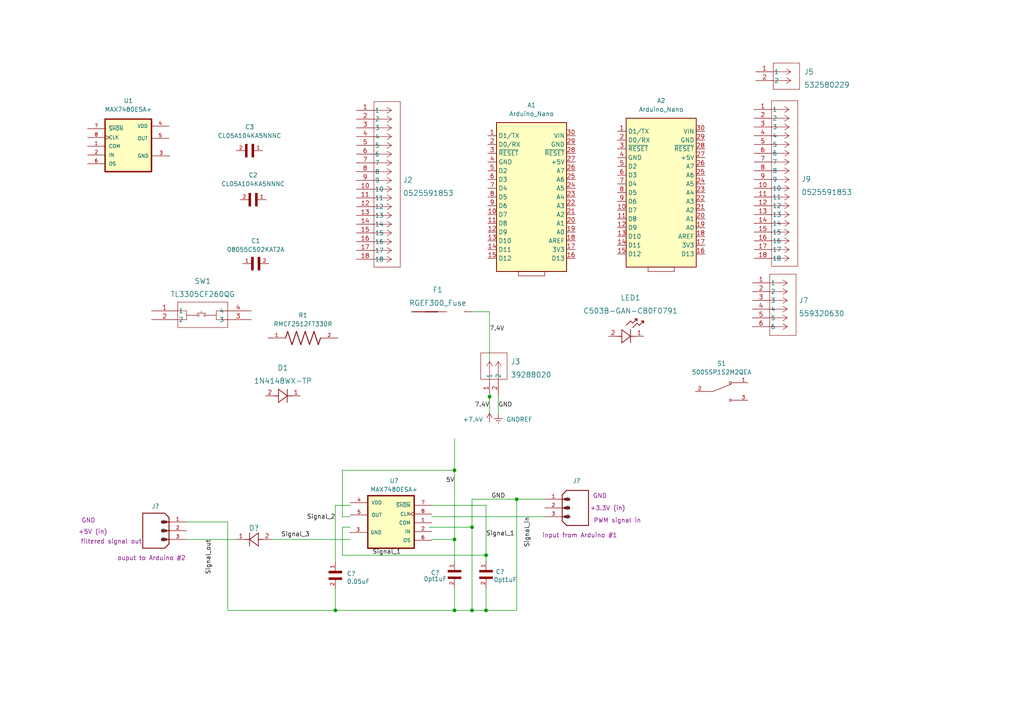
<source format=kicad_sch>
(kicad_sch (version 20211123) (generator eeschema)
  (paper "A4")
  (lib_symbols
    (symbol "CatBot_JSC:08055C502KAT2A" (pin_names (offset 1.016))
      (property "Reference" "C" (at 0 3.8109 0))
      (property "Value" "08055C502KAT2A" (at 0 -5.0885 0))
      (symbol "08055C502KAT2A_0_0"
        (rectangle (start 0 -1.9069) (end 0.635 1.905) (stroke (width 0.1)) (fill (type outline)))
        (rectangle (start 1.9069 -1.9069) (end 2.54 1.905) (stroke (width 0.1)) (fill (type outline)))
        (pin passive line (at -2.54 0 0) (length 2.54) (name "~") (number "1"))
        (pin passive line (at 5.08 0 180) (length 2.54) (name "~") (number "2"))
      )
    )
    (symbol "CatBot_JSC:12065C503JAT2A" (pin_names (offset 1.016))
      (property "Reference" "C" (at 0 3.8109 0))
      (property "Value" "12065C503JAT2A" (at -5.588 -6.604 0))
      (property "Footprint" "CatBot_JSC:12065C503JAT2A" (at 1.524 -4.064 0))
      (symbol "12065C503JAT2A_0_0"
        (rectangle (start 0 -1.9069) (end 0.635 1.905) (stroke (width 0.1)) (fill (type outline)))
        (rectangle (start 1.9069 -1.9069) (end 2.54 1.905) (stroke (width 0.1)) (fill (type outline)))
        (pin passive line (at -2.54 0 0) (length 2.54) (name "~") (number "1"))
        (pin passive line (at 5.08 0 180) (length 2.54) (name "~") (number "2"))
      )
    )
    (symbol "CatBot_JSC:1N4148WX-TP" (pin_names (offset 0.254))
      (property "Reference" "D1" (at 5.08 4.445 0))
      (property "Value" "1N4148WX-TP" (at 5.3848 -5.715 0))
      (property "Footprint" "CatBot_JSC:Diode_CR_SOD323_MCC-M" (at 0.2032 2.7432 0))
      (symbol "1N4148WX-TP_1_1"
        (polyline (pts (xy 2.54 0) (xy 3.4798 0)) (stroke (width 0.2032)))
        (polyline (pts (xy 3.175 0) (xy 3.81 0)) (stroke (width 0.2032)))
        (polyline (pts (xy 3.81 -1.905) (xy 6.35 0)) (stroke (width 0.2032)))
        (polyline (pts (xy 3.81 1.905) (xy 3.81 -1.905)) (stroke (width 0.2032)))
        (polyline (pts (xy 6.35 -1.905) (xy 6.35 1.905)) (stroke (width 0.2032)))
        (polyline (pts (xy 6.35 0) (xy 3.81 1.905)) (stroke (width 0.2032)))
        (polyline (pts (xy 6.35 0) (xy 7.62 0)) (stroke (width 0.2032)))
        (pin unspecified line (at 10.16 0 180) (length 2.54) (name "") (number "1"))
        (pin unspecified line (at 0 0 0) (length 2.54) (name "") (number "2"))
      )
      (symbol "1N4148WX-TP_1_2"
        (polyline (pts (xy -1.905 3.81) (xy 1.905 3.81)) (stroke (width 0.2032)))
        (polyline (pts (xy 0 2.54) (xy 0 3.4798)) (stroke (width 0.2032)))
        (polyline (pts (xy 0 3.175) (xy 0 3.81)) (stroke (width 0.2032)))
        (polyline (pts (xy 0 6.35) (xy -1.905 3.81)) (stroke (width 0.2032)))
        (polyline (pts (xy 0 6.35) (xy 0 7.62)) (stroke (width 0.2032)))
        (polyline (pts (xy 1.905 3.81) (xy 0 6.35)) (stroke (width 0.2032)))
        (polyline (pts (xy 1.905 6.35) (xy -1.905 6.35)) (stroke (width 0.2032)))
        (pin unspecified line (at 0 10.16 270) (length 2.54) (name "") (number "1"))
        (pin unspecified line (at 0 0 90) (length 2.54) (name "") (number "2"))
      )
    )
    (symbol "CatBot_JSC:500SSP1S2M2QEA" (pin_names (offset 1.016))
      (property "Reference" "S" (at -2.54 5.08 0))
      (property "Value" "500SSP1S2M2QEA" (at -2.54 -5.08 0))
      (symbol "500SSP1S2M2QEA_0_0"
        (polyline (pts (xy -2.54 0) (xy -5.08 0)) (stroke (width 0.1524)))
        (polyline (pts (xy -2.54 0) (xy 2.794 2.1336)) (stroke (width 0.1524)))
        (polyline (pts (xy 5.08 -2.54) (xy 2.921 -2.54)) (stroke (width 0.1524)))
        (polyline (pts (xy 5.08 2.54) (xy 2.921 2.54)) (stroke (width 0.1524)))
        (circle (center 2.54 -2.54) (radius 0.3302) (stroke (width 0.1524)))
        (circle (center 2.54 2.54) (radius 0.3302) (stroke (width 0.1524)))
        (pin passive line (at 7.62 2.54 180) (length 2.54) (name "~") (number "1"))
        (pin passive line (at -7.62 0 0) (length 2.54) (name "~") (number "2"))
        (pin passive line (at 7.62 -2.54 180) (length 2.54) (name "~") (number "3"))
      )
    )
    (symbol "CatBot_JSC:75160-102-03LF" (pin_names (offset 1.016))
      (property "Reference" "J" (at 0 6.35 0))
      (property "Value" "75160-102-03LF" (at -4.064 -7.874 0))
      (property "Footprint" "CatBot_JSC:75160-102-03LF" (at 1.27 -17.018 0))
      (symbol "75160-102-03LF_0_0"
        (polyline (pts (xy 0 -3.81) (xy 1.27 -5.08)) (stroke (width 0.254)))
        (polyline (pts (xy 0 -2.54) (xy 1.905 -2.54)) (stroke (width 0.254)))
        (polyline (pts (xy 0 0) (xy 1.905 0)) (stroke (width 0.254)))
        (polyline (pts (xy 0 2.54) (xy 0 -3.81)) (stroke (width 0.254)))
        (polyline (pts (xy 0 2.54) (xy 1.905 2.54)) (stroke (width 0.254)))
        (polyline (pts (xy 0 3.81) (xy 0 2.54)) (stroke (width 0.254)))
        (polyline (pts (xy 0 3.81) (xy 1.27 5.08)) (stroke (width 0.254)))
        (polyline (pts (xy 1.27 -5.08) (xy 7.62 -5.08)) (stroke (width 0.254)))
        (polyline (pts (xy 7.62 -5.08) (xy 7.62 5.08)) (stroke (width 0.254)))
        (polyline (pts (xy 7.62 5.08) (xy 1.27 5.08)) (stroke (width 0.254)))
        (rectangle (start 0.635 -2.8575) (end 2.2225 -2.2225) (stroke (width 0.1)) (fill (type outline)))
        (rectangle (start 0.635 -0.3175) (end 2.2225 0.3175) (stroke (width 0.1)) (fill (type outline)))
        (rectangle (start 0.635 2.2225) (end 2.2225 2.8575) (stroke (width 0.1)) (fill (type outline)))
        (pin passive line (at -5.08 2.54 0) (length 5.08) (name "1") (number "1"))
        (pin passive line (at -5.08 0 0) (length 5.08) (name "2") (number "2"))
        (pin passive line (at -5.08 -2.54 0) (length 5.08) (name "3") (number "3"))
      )
    )
    (symbol "CatBot_JSC:Arduino_BLE_33"
      (property "Reference" "A" (at -10.16 23.495 0))
      (property "Value" "Arduino_BLE_33" (at 5.08 -24.13 0))
      (symbol "Arduino_BLE_33_0_1"
        (rectangle (start -10.16 22.86) (end 10.16 -20.32) (stroke (width 0.254)) (fill (type background)))
        (rectangle (start -3.81 -20.32) (end 3.81 -21.59))
      )
      (symbol "Arduino_BLE_33_1_1"
        (pin bidirectional line (at -12.7 19.05 0) (length 2.54) (name "D1/TX") (number "1"))
        (pin bidirectional line (at -12.7 -3.81 0) (length 2.54) (name "D7") (number "10"))
        (pin bidirectional line (at -12.7 -6.35 0) (length 2.54) (name "D8") (number "11"))
        (pin bidirectional line (at -12.7 -8.89 0) (length 2.54) (name "D9") (number "12"))
        (pin bidirectional line (at -12.7 -11.43 0) (length 2.54) (name "D10") (number "13"))
        (pin bidirectional line (at -12.7 -13.97 0) (length 2.54) (name "D11") (number "14"))
        (pin bidirectional line (at -12.7 -16.51 0) (length 2.54) (name "D12") (number "15"))
        (pin bidirectional line (at 12.7 -16.51 180) (length 2.54) (name "D13") (number "16"))
        (pin power_out line (at 12.7 -13.97 180) (length 2.54) (name "3V3") (number "17"))
        (pin input line (at 12.7 -11.43 180) (length 2.54) (name "AREF") (number "18"))
        (pin bidirectional line (at 12.7 -8.89 180) (length 2.54) (name "A0") (number "19"))
        (pin bidirectional line (at -12.7 16.51 0) (length 2.54) (name "D0/RX") (number "2"))
        (pin bidirectional line (at 12.7 -6.35 180) (length 2.54) (name "A1") (number "20"))
        (pin bidirectional line (at 12.7 -3.81 180) (length 2.54) (name "A2") (number "21"))
        (pin bidirectional line (at 12.7 -1.27 180) (length 2.54) (name "A3") (number "22"))
        (pin bidirectional line (at 12.7 1.27 180) (length 2.54) (name "A4") (number "23"))
        (pin bidirectional line (at 12.7 3.81 180) (length 2.54) (name "A5") (number "24"))
        (pin bidirectional line (at 12.7 6.35 180) (length 2.54) (name "A6") (number "25"))
        (pin bidirectional line (at 12.7 8.89 180) (length 2.54) (name "A7") (number "26"))
        (pin power_out line (at 12.7 11.43 180) (length 2.54) (name "+5V") (number "27"))
        (pin input line (at 12.7 13.97 180) (length 2.54) (name "~{RESET}") (number "28"))
        (pin power_in line (at 12.7 16.51 180) (length 2.54) (name "GND") (number "29"))
        (pin input line (at -12.7 13.97 0) (length 2.54) (name "~{RESET}") (number "3"))
        (pin power_in line (at 12.7 19.05 180) (length 2.54) (name "VIN") (number "30"))
        (pin power_in line (at -12.7 11.43 0) (length 2.54) (name "GND") (number "4"))
        (pin bidirectional line (at -12.7 8.89 0) (length 2.54) (name "D2") (number "5"))
        (pin bidirectional line (at -12.7 6.35 0) (length 2.54) (name "D3") (number "6"))
        (pin bidirectional line (at -12.7 3.81 0) (length 2.54) (name "D4") (number "7"))
        (pin bidirectional line (at -12.7 1.27 0) (length 2.54) (name "D5") (number "8"))
        (pin bidirectional line (at -12.7 -1.27 0) (length 2.54) (name "D6") (number "9"))
      )
    )
    (symbol "CatBot_JSC:C503B-GAN-CB0F0791" (pin_names (offset 0.254))
      (property "Reference" "CR" (at 5.08 -4.445 0))
      (property "Value" "C503B-GAN-CB0F0791" (at 5.08 -7.62 0))
      (property "Footprint" "CatBot_JSC:Led_green_C503B" (at -1.7018 2.54 0))
      (symbol "C503B-GAN-CB0F0791_1_1"
        (polyline (pts (xy 2.54 0) (xy 3.4798 0)) (stroke (width 0.2032)))
        (polyline (pts (xy 3.175 0) (xy 3.81 0)) (stroke (width 0.2032)))
        (polyline (pts (xy 3.81 -1.905) (xy 6.35 0)) (stroke (width 0.2032)))
        (polyline (pts (xy 3.81 1.905) (xy 3.81 -1.905)) (stroke (width 0.2032)))
        (polyline (pts (xy 5.08 3.175) (xy 6.35 4.445)) (stroke (width 0.2032)))
        (polyline (pts (xy 6.35 -1.905) (xy 6.35 1.905)) (stroke (width 0.2032)))
        (polyline (pts (xy 6.35 0) (xy 3.81 1.905)) (stroke (width 0.2032)))
        (polyline (pts (xy 6.35 0) (xy 7.62 0)) (stroke (width 0.2032)))
        (polyline (pts (xy 6.35 4.445) (xy 6.985 3.81)) (stroke (width 0.2032)))
        (polyline (pts (xy 6.985 2.54) (xy 8.255 3.81)) (stroke (width 0.2032)))
        (polyline (pts (xy 6.985 3.81) (xy 8.255 5.08)) (stroke (width 0.2032)))
        (polyline (pts (xy 7.62 5.08) (xy 8.255 4.445)) (stroke (width 0.2032)))
        (polyline (pts (xy 8.255 3.81) (xy 8.89 3.175)) (stroke (width 0.2032)))
        (polyline (pts (xy 8.255 4.445) (xy 8.255 5.08)) (stroke (width 0.2032)))
        (polyline (pts (xy 8.255 5.08) (xy 7.62 5.08)) (stroke (width 0.2032)))
        (polyline (pts (xy 8.89 3.175) (xy 10.16 4.445)) (stroke (width 0.2032)))
        (polyline (pts (xy 9.525 4.445) (xy 10.16 3.81)) (stroke (width 0.2032)))
        (polyline (pts (xy 10.16 3.81) (xy 10.16 4.445)) (stroke (width 0.2032)))
        (polyline (pts (xy 10.16 4.445) (xy 9.525 4.445)) (stroke (width 0.2032)))
        (pin unspecified line (at 10.16 0 180) (length 2.54) (name "") (number "1"))
        (pin unspecified line (at 0 0 0) (length 2.54) (name "") (number "2"))
      )
      (symbol "C503B-GAN-CB0F0791_1_2"
        (polyline (pts (xy -5.08 7.62) (xy -4.445 8.255)) (stroke (width 0.2032)))
        (polyline (pts (xy -5.08 8.255) (xy -5.08 7.62)) (stroke (width 0.2032)))
        (polyline (pts (xy -4.445 6.35) (xy -3.81 6.985)) (stroke (width 0.2032)))
        (polyline (pts (xy -4.445 8.255) (xy -5.08 8.255)) (stroke (width 0.2032)))
        (polyline (pts (xy -4.445 9.525) (xy -3.81 10.16)) (stroke (width 0.2032)))
        (polyline (pts (xy -4.445 10.16) (xy -4.445 9.525)) (stroke (width 0.2032)))
        (polyline (pts (xy -3.81 6.985) (xy -5.08 8.255)) (stroke (width 0.2032)))
        (polyline (pts (xy -3.81 8.255) (xy -3.175 8.89)) (stroke (width 0.2032)))
        (polyline (pts (xy -3.81 10.16) (xy -4.445 10.16)) (stroke (width 0.2032)))
        (polyline (pts (xy -3.175 5.08) (xy -4.445 6.35)) (stroke (width 0.2032)))
        (polyline (pts (xy -3.175 8.89) (xy -4.445 10.16)) (stroke (width 0.2032)))
        (polyline (pts (xy -2.54 6.985) (xy -3.81 8.255)) (stroke (width 0.2032)))
        (polyline (pts (xy -1.905 3.81) (xy 1.905 3.81)) (stroke (width 0.2032)))
        (polyline (pts (xy 0 2.54) (xy 0 3.4798)) (stroke (width 0.2032)))
        (polyline (pts (xy 0 3.175) (xy 0 3.81)) (stroke (width 0.2032)))
        (polyline (pts (xy 0 6.35) (xy -1.905 3.81)) (stroke (width 0.2032)))
        (polyline (pts (xy 0 6.35) (xy 0 7.62)) (stroke (width 0.2032)))
        (polyline (pts (xy 1.905 3.81) (xy 0 6.35)) (stroke (width 0.2032)))
        (polyline (pts (xy 1.905 6.35) (xy -1.905 6.35)) (stroke (width 0.2032)))
        (pin unspecified line (at 0 10.16 270) (length 2.54) (name "") (number "1"))
        (pin unspecified line (at 0 0 90) (length 2.54) (name "") (number "2"))
      )
    )
    (symbol "CatBot_JSC:CL05A104KA5NNNC" (pin_names (offset 1.016))
      (property "Reference" "C" (at 0 3.81 0))
      (property "Value" "CL05A104KA5NNNC" (at 0 -5.08 0))
      (symbol "CL05A104KA5NNNC_0_0"
        (rectangle (start 0 -1.905) (end 0.635 1.905) (stroke (width 0.1)) (fill (type outline)))
        (rectangle (start 1.905 -1.905) (end 2.54 1.905) (stroke (width 0.1)) (fill (type outline)))
        (pin passive line (at 5.08 0 180) (length 2.54) (name "~") (number "1"))
        (pin passive line (at -2.54 0 0) (length 2.54) (name "~") (number "2"))
      )
    )
    (symbol "CatBot_JSC:MAX7480ESA+" (pin_names (offset 1.016))
      (property "Reference" "U" (at -12.7 16.24 0))
      (property "Value" "MAX7480ESA+" (at -13.716 -8.89 0))
      (property "Footprint" "CatBot_JSC:SOIC127P600X175-8N_MAX7480" (at -24.638 18.542 0))
      (symbol "MAX7480ESA+_0_0"
        (rectangle (start -12.7 10.414) (end 0.762 -4.826) (stroke (width 0.41)) (fill (type background)))
        (pin input line (at -17.78 2.54 0) (length 5.08) (name "COM") (number "1"))
        (pin input line (at -17.78 0 0) (length 5.08) (name "IN") (number "2"))
        (pin power_in line (at 6.096 -0.254 180) (length 5.08) (name "GND") (number "3"))
        (pin power_in line (at 5.842 8.382 180) (length 5.08) (name "VDD") (number "4"))
        (pin output line (at 5.842 4.826 180) (length 5.08) (name "OUT") (number "5"))
        (pin input line (at -17.78 -2.54 0) (length 5.08) (name "OS") (number "6"))
        (pin input line (at -17.78 7.62 0) (length 5.08) (name "~{SHDN}") (number "7"))
        (pin input clock (at -17.78 5.08 0) (length 5.08) (name "CLK") (number "8"))
      )
    )
    (symbol "CatBot_JSC:RGEF300_Fuse" (pin_numbers hide) (pin_names hide)
      (property "Reference" "F" (at 5.08 3.175 0))
      (property "Value" "RGEF300_Fuse" (at 5.08 -5.08 0))
      (symbol "RGEF300_Fuse_1_1"
        (arc (start -7.5946 0) (mid -3.7973 -0.0003) (end 0 0) (stroke (width 0.254)))
        (arc (start -3.5814 0) (mid -1.7907 -0.0001) (end 0 0) (stroke (width 0.254)))
        (pin unspecified line (at 0 0 0) (length 2.54) (name "1") (number "1"))
        (pin unspecified line (at 10.16 0 180) (length 2.54) (name "2") (number "2"))
      )
    )
    (symbol "CatBot_JSC:RMCF2512FT330R" (pin_names (offset 1.016))
      (property "Reference" "R" (at -7.6244 2.5415 0))
      (property "Value" "RMCF2512FT330R" (at -7.63 -5.0866 0))
      (property "Footprint" "CatBot_JSC:300_Ohm_RESC6332X70N" (at 2.2606 3.9624 0))
      (symbol "RMCF2512FT330R_0_0"
        (polyline (pts (xy -5.08 0) (xy -4.445 1.905)) (stroke (width 0.254)))
        (polyline (pts (xy -4.445 1.905) (xy -3.175 -1.905)) (stroke (width 0.254)))
        (polyline (pts (xy -3.175 -1.905) (xy -1.905 1.905)) (stroke (width 0.254)))
        (polyline (pts (xy -1.905 1.905) (xy -0.635 -1.905)) (stroke (width 0.254)))
        (polyline (pts (xy -0.635 -1.905) (xy 0.635 1.905)) (stroke (width 0.254)))
        (polyline (pts (xy 0.635 1.905) (xy 1.905 -1.905)) (stroke (width 0.254)))
        (polyline (pts (xy 1.905 -1.905) (xy 3.175 1.905)) (stroke (width 0.254)))
        (polyline (pts (xy 3.175 1.905) (xy 4.445 -1.905)) (stroke (width 0.254)))
        (polyline (pts (xy 4.445 -1.905) (xy 5.08 0)) (stroke (width 0.254)))
        (pin passive line (at -10.16 0 0) (length 5.08) (name "~") (number "1"))
        (pin passive line (at 10.16 0 180) (length 5.08) (name "~") (number "2"))
      )
    )
    (symbol "CatBot_JSC:TL3305CF260QG" (pin_names (offset 0.254))
      (property "Reference" "SW" (at 18.034 9.652 0))
      (property "Value" "TL3305CF260QG" (at 17.018 6.35 0))
      (property "Footprint" "CatBot_JSC:Push_Button_Switch_SW4_TL3305CF260QG_EWI-M" (at 0 0 0))
      (symbol "TL3305CF260QG_0_1"
        (polyline (pts (xy 7.62 -2.54) (xy 10.16 -2.54)) (stroke (width 0.127)))
        (polyline (pts (xy 7.62 0) (xy 10.16 0)) (stroke (width 0.127)))
        (polyline (pts (xy 7.62 2.54) (xy 7.62 -4.826)) (stroke (width 0.127)))
        (polyline (pts (xy 10.16 -1.27) (xy 13.208 -1.27)) (stroke (width 0.127)))
        (polyline (pts (xy 10.16 0) (xy 10.16 -2.54)) (stroke (width 0.127)))
        (polyline (pts (xy 13.208 -0.635) (xy 15.748 -0.635)) (stroke (width 0.127)))
        (polyline (pts (xy 14.478 -0.635) (xy 14.478 0)) (stroke (width 0.127)))
        (polyline (pts (xy 15.748 -1.27) (xy 18.796 -1.27)) (stroke (width 0.127)))
        (polyline (pts (xy 18.796 -2.54) (xy 21.336 -2.54)) (stroke (width 0.127)))
        (polyline (pts (xy 18.796 0) (xy 18.796 -2.54)) (stroke (width 0.127)))
        (polyline (pts (xy 21.336 0) (xy 18.796 0)) (stroke (width 0.127)))
        (polyline (pts (xy 22.098 -4.826) (xy 7.62 -4.826)) (stroke (width 0.127)))
        (polyline (pts (xy 22.098 2.54) (xy 7.62 2.54)) (stroke (width 0.127)))
        (polyline (pts (xy 22.098 2.54) (xy 22.098 -4.826)) (stroke (width 0.127)))
        (circle (center 13.5255 -1.27) (radius 0.3048) (stroke (width 0.127)))
        (circle (center 15.4305 -1.27) (radius 0.3048) (stroke (width 0.127)))
        (pin unspecified line (at 0 0 0) (length 7.62) (name "1") (number "1"))
        (pin unspecified line (at 0 -2.54 0) (length 7.62) (name "2") (number "2"))
        (pin unspecified line (at 28.956 -2.54 180) (length 7.62) (name "3") (number "3"))
        (pin unspecified line (at 28.956 0 180) (length 7.62) (name "4") (number "4"))
      )
    )
    (symbol "Molex_connectors_JSC:0525591853" (pin_names (offset 0.254))
      (property "Reference" "J" (at 8.89 6.35 0))
      (property "Value" "0525591853" (at -12.7 3.048 0))
      (property "Footprint" "Molex_connectors_JSC:CON_0525591853" (at 0.508 7.366 0))
      (symbol "0525591853_1_1"
        (polyline (pts (xy 5.08 -45.466) (xy 12.7 -45.466)) (stroke (width 0.127)))
        (polyline (pts (xy 5.08 2.54) (xy 5.08 -45.466)) (stroke (width 0.127)))
        (polyline (pts (xy 10.16 -43.18) (xy 5.08 -43.18)) (stroke (width 0.127)))
        (polyline (pts (xy 10.16 -43.18) (xy 8.89 -44.0267)) (stroke (width 0.127)))
        (polyline (pts (xy 10.16 -43.18) (xy 8.89 -42.3333)) (stroke (width 0.127)))
        (polyline (pts (xy 10.16 -40.64) (xy 5.08 -40.64)) (stroke (width 0.127)))
        (polyline (pts (xy 10.16 -40.64) (xy 8.89 -41.4867)) (stroke (width 0.127)))
        (polyline (pts (xy 10.16 -40.64) (xy 8.89 -39.7933)) (stroke (width 0.127)))
        (polyline (pts (xy 10.16 -38.1) (xy 5.08 -38.1)) (stroke (width 0.127)))
        (polyline (pts (xy 10.16 -38.1) (xy 8.89 -38.9467)) (stroke (width 0.127)))
        (polyline (pts (xy 10.16 -38.1) (xy 8.89 -37.2533)) (stroke (width 0.127)))
        (polyline (pts (xy 10.16 -35.56) (xy 5.08 -35.56)) (stroke (width 0.127)))
        (polyline (pts (xy 10.16 -35.56) (xy 8.89 -36.4067)) (stroke (width 0.127)))
        (polyline (pts (xy 10.16 -35.56) (xy 8.89 -34.7133)) (stroke (width 0.127)))
        (polyline (pts (xy 10.16 -33.02) (xy 5.08 -33.02)) (stroke (width 0.127)))
        (polyline (pts (xy 10.16 -33.02) (xy 8.89 -33.8667)) (stroke (width 0.127)))
        (polyline (pts (xy 10.16 -33.02) (xy 8.89 -32.1733)) (stroke (width 0.127)))
        (polyline (pts (xy 10.16 -30.48) (xy 5.08 -30.48)) (stroke (width 0.127)))
        (polyline (pts (xy 10.16 -30.48) (xy 8.89 -31.3267)) (stroke (width 0.127)))
        (polyline (pts (xy 10.16 -30.48) (xy 8.89 -29.6333)) (stroke (width 0.127)))
        (polyline (pts (xy 10.16 -27.94) (xy 5.08 -27.94)) (stroke (width 0.127)))
        (polyline (pts (xy 10.16 -27.94) (xy 8.89 -28.7867)) (stroke (width 0.127)))
        (polyline (pts (xy 10.16 -27.94) (xy 8.89 -27.0933)) (stroke (width 0.127)))
        (polyline (pts (xy 10.16 -25.4) (xy 5.08 -25.4)) (stroke (width 0.127)))
        (polyline (pts (xy 10.16 -25.4) (xy 8.89 -26.2467)) (stroke (width 0.127)))
        (polyline (pts (xy 10.16 -25.4) (xy 8.89 -24.5533)) (stroke (width 0.127)))
        (polyline (pts (xy 10.16 -22.86) (xy 5.08 -22.86)) (stroke (width 0.127)))
        (polyline (pts (xy 10.16 -22.86) (xy 8.89 -23.7067)) (stroke (width 0.127)))
        (polyline (pts (xy 10.16 -22.86) (xy 8.89 -22.0133)) (stroke (width 0.127)))
        (polyline (pts (xy 10.16 -20.32) (xy 5.08 -20.32)) (stroke (width 0.127)))
        (polyline (pts (xy 10.16 -20.32) (xy 8.89 -21.1667)) (stroke (width 0.127)))
        (polyline (pts (xy 10.16 -20.32) (xy 8.89 -19.4733)) (stroke (width 0.127)))
        (polyline (pts (xy 10.16 -17.78) (xy 5.08 -17.78)) (stroke (width 0.127)))
        (polyline (pts (xy 10.16 -17.78) (xy 8.89 -18.6267)) (stroke (width 0.127)))
        (polyline (pts (xy 10.16 -17.78) (xy 8.89 -16.9333)) (stroke (width 0.127)))
        (polyline (pts (xy 10.16 -15.24) (xy 5.08 -15.24)) (stroke (width 0.127)))
        (polyline (pts (xy 10.16 -15.24) (xy 8.89 -16.0867)) (stroke (width 0.127)))
        (polyline (pts (xy 10.16 -15.24) (xy 8.89 -14.3933)) (stroke (width 0.127)))
        (polyline (pts (xy 10.16 -12.7) (xy 5.08 -12.7)) (stroke (width 0.127)))
        (polyline (pts (xy 10.16 -12.7) (xy 8.89 -13.5467)) (stroke (width 0.127)))
        (polyline (pts (xy 10.16 -12.7) (xy 8.89 -11.8533)) (stroke (width 0.127)))
        (polyline (pts (xy 10.16 -10.16) (xy 5.08 -10.16)) (stroke (width 0.127)))
        (polyline (pts (xy 10.16 -10.16) (xy 8.89 -11.0067)) (stroke (width 0.127)))
        (polyline (pts (xy 10.16 -10.16) (xy 8.89 -9.3133)) (stroke (width 0.127)))
        (polyline (pts (xy 10.16 -7.62) (xy 5.08 -7.62)) (stroke (width 0.127)))
        (polyline (pts (xy 10.16 -7.62) (xy 8.89 -8.4667)) (stroke (width 0.127)))
        (polyline (pts (xy 10.16 -7.62) (xy 8.89 -6.7733)) (stroke (width 0.127)))
        (polyline (pts (xy 10.16 -5.08) (xy 5.08 -5.08)) (stroke (width 0.127)))
        (polyline (pts (xy 10.16 -5.08) (xy 8.89 -5.9267)) (stroke (width 0.127)))
        (polyline (pts (xy 10.16 -5.08) (xy 8.89 -4.2333)) (stroke (width 0.127)))
        (polyline (pts (xy 10.16 -2.54) (xy 5.08 -2.54)) (stroke (width 0.127)))
        (polyline (pts (xy 10.16 -2.54) (xy 8.89 -3.3867)) (stroke (width 0.127)))
        (polyline (pts (xy 10.16 -2.54) (xy 8.89 -1.6933)) (stroke (width 0.127)))
        (polyline (pts (xy 10.16 0) (xy 5.08 0)) (stroke (width 0.127)))
        (polyline (pts (xy 10.16 0) (xy 8.89 -0.8467)) (stroke (width 0.127)))
        (polyline (pts (xy 10.16 0) (xy 8.89 0.8467)) (stroke (width 0.127)))
        (polyline (pts (xy 12.7 -45.466) (xy 12.7 2.54)) (stroke (width 0.127)))
        (polyline (pts (xy 12.7 2.54) (xy 5.08 2.54)) (stroke (width 0.127)))
        (pin unspecified line (at 0 0 0) (length 5.08) (name "1") (number "1"))
        (pin unspecified line (at 0 -22.86 0) (length 5.08) (name "10") (number "10"))
        (pin unspecified line (at 0 -25.4 0) (length 5.08) (name "11") (number "11"))
        (pin unspecified line (at 0 -27.94 0) (length 5.08) (name "12") (number "12"))
        (pin unspecified line (at 0 -30.48 0) (length 5.08) (name "13") (number "13"))
        (pin unspecified line (at 0 -33.02 0) (length 5.08) (name "14") (number "14"))
        (pin unspecified line (at 0 -35.56 0) (length 5.08) (name "15") (number "15"))
        (pin unspecified line (at 0 -38.1 0) (length 5.08) (name "16") (number "16"))
        (pin unspecified line (at 0 -40.64 0) (length 5.08) (name "17") (number "17"))
        (pin unspecified line (at 0 -43.18 0) (length 5.08) (name "18") (number "18"))
        (pin unspecified line (at 0 -2.54 0) (length 5.08) (name "2") (number "2"))
        (pin unspecified line (at 0 -5.08 0) (length 5.08) (name "3") (number "3"))
        (pin unspecified line (at 0 -7.62 0) (length 5.08) (name "4") (number "4"))
        (pin unspecified line (at 0 -10.16 0) (length 5.08) (name "5") (number "5"))
        (pin unspecified line (at 0 -12.7 0) (length 5.08) (name "6") (number "6"))
        (pin unspecified line (at 0 -15.24 0) (length 5.08) (name "7") (number "7"))
        (pin unspecified line (at 0 -17.78 0) (length 5.08) (name "8") (number "8"))
        (pin unspecified line (at 0 -20.32 0) (length 5.08) (name "9") (number "9"))
      )
      (symbol "0525591853_1_2"
        (polyline (pts (xy 5.08 -40.64) (xy 12.7 -40.64)) (stroke (width 0.127)))
        (polyline (pts (xy 5.08 2.54) (xy 5.08 -40.64)) (stroke (width 0.127)))
        (polyline (pts (xy 7.62 -38.1) (xy 5.08 -38.1)) (stroke (width 0.127)))
        (polyline (pts (xy 7.62 -38.1) (xy 8.89 -38.9467)) (stroke (width 0.127)))
        (polyline (pts (xy 7.62 -38.1) (xy 8.89 -37.2533)) (stroke (width 0.127)))
        (polyline (pts (xy 7.62 -35.56) (xy 5.08 -35.56)) (stroke (width 0.127)))
        (polyline (pts (xy 7.62 -35.56) (xy 8.89 -36.4067)) (stroke (width 0.127)))
        (polyline (pts (xy 7.62 -35.56) (xy 8.89 -34.7133)) (stroke (width 0.127)))
        (polyline (pts (xy 7.62 -33.02) (xy 5.08 -33.02)) (stroke (width 0.127)))
        (polyline (pts (xy 7.62 -33.02) (xy 8.89 -33.8667)) (stroke (width 0.127)))
        (polyline (pts (xy 7.62 -33.02) (xy 8.89 -32.1733)) (stroke (width 0.127)))
        (polyline (pts (xy 7.62 -30.48) (xy 5.08 -30.48)) (stroke (width 0.127)))
        (polyline (pts (xy 7.62 -30.48) (xy 8.89 -31.3267)) (stroke (width 0.127)))
        (polyline (pts (xy 7.62 -30.48) (xy 8.89 -29.6333)) (stroke (width 0.127)))
        (polyline (pts (xy 7.62 -27.94) (xy 5.08 -27.94)) (stroke (width 0.127)))
        (polyline (pts (xy 7.62 -27.94) (xy 8.89 -28.7867)) (stroke (width 0.127)))
        (polyline (pts (xy 7.62 -27.94) (xy 8.89 -27.0933)) (stroke (width 0.127)))
        (polyline (pts (xy 7.62 -25.4) (xy 5.08 -25.4)) (stroke (width 0.127)))
        (polyline (pts (xy 7.62 -25.4) (xy 8.89 -26.2467)) (stroke (width 0.127)))
        (polyline (pts (xy 7.62 -25.4) (xy 8.89 -24.5533)) (stroke (width 0.127)))
        (polyline (pts (xy 7.62 -22.86) (xy 5.08 -22.86)) (stroke (width 0.127)))
        (polyline (pts (xy 7.62 -22.86) (xy 8.89 -23.7067)) (stroke (width 0.127)))
        (polyline (pts (xy 7.62 -22.86) (xy 8.89 -22.0133)) (stroke (width 0.127)))
        (polyline (pts (xy 7.62 -20.32) (xy 5.08 -20.32)) (stroke (width 0.127)))
        (polyline (pts (xy 7.62 -20.32) (xy 8.89 -21.1667)) (stroke (width 0.127)))
        (polyline (pts (xy 7.62 -20.32) (xy 8.89 -19.4733)) (stroke (width 0.127)))
        (polyline (pts (xy 7.62 -17.78) (xy 5.08 -17.78)) (stroke (width 0.127)))
        (polyline (pts (xy 7.62 -17.78) (xy 8.89 -18.6267)) (stroke (width 0.127)))
        (polyline (pts (xy 7.62 -17.78) (xy 8.89 -16.9333)) (stroke (width 0.127)))
        (polyline (pts (xy 7.62 -15.24) (xy 5.08 -15.24)) (stroke (width 0.127)))
        (polyline (pts (xy 7.62 -15.24) (xy 8.89 -16.0867)) (stroke (width 0.127)))
        (polyline (pts (xy 7.62 -15.24) (xy 8.89 -14.3933)) (stroke (width 0.127)))
        (polyline (pts (xy 7.62 -12.7) (xy 5.08 -12.7)) (stroke (width 0.127)))
        (polyline (pts (xy 7.62 -12.7) (xy 8.89 -13.5467)) (stroke (width 0.127)))
        (polyline (pts (xy 7.62 -12.7) (xy 8.89 -11.8533)) (stroke (width 0.127)))
        (polyline (pts (xy 7.62 -10.16) (xy 5.08 -10.16)) (stroke (width 0.127)))
        (polyline (pts (xy 7.62 -10.16) (xy 8.89 -11.0067)) (stroke (width 0.127)))
        (polyline (pts (xy 7.62 -10.16) (xy 8.89 -9.3133)) (stroke (width 0.127)))
        (polyline (pts (xy 7.62 -7.62) (xy 5.08 -7.62)) (stroke (width 0.127)))
        (polyline (pts (xy 7.62 -7.62) (xy 8.89 -8.4667)) (stroke (width 0.127)))
        (polyline (pts (xy 7.62 -7.62) (xy 8.89 -6.7733)) (stroke (width 0.127)))
        (polyline (pts (xy 7.62 -5.08) (xy 5.08 -5.08)) (stroke (width 0.127)))
        (polyline (pts (xy 7.62 -5.08) (xy 8.89 -5.9267)) (stroke (width 0.127)))
        (polyline (pts (xy 7.62 -5.08) (xy 8.89 -4.2333)) (stroke (width 0.127)))
        (polyline (pts (xy 7.62 -2.54) (xy 5.08 -2.54)) (stroke (width 0.127)))
        (polyline (pts (xy 7.62 -2.54) (xy 8.89 -3.3867)) (stroke (width 0.127)))
        (polyline (pts (xy 7.62 -2.54) (xy 8.89 -1.6933)) (stroke (width 0.127)))
        (polyline (pts (xy 7.62 0) (xy 5.08 0)) (stroke (width 0.127)))
        (polyline (pts (xy 7.62 0) (xy 8.89 -0.8467)) (stroke (width 0.127)))
        (polyline (pts (xy 7.62 0) (xy 8.89 0.8467)) (stroke (width 0.127)))
        (polyline (pts (xy 12.7 -40.64) (xy 12.7 2.54)) (stroke (width 0.127)))
        (polyline (pts (xy 12.7 2.54) (xy 5.08 2.54)) (stroke (width 0.127)))
        (pin unspecified line (at 0 0 0) (length 5.08) (name "1") (number "1"))
        (pin unspecified line (at 0 -22.86 0) (length 5.08) (name "10") (number "10"))
        (pin unspecified line (at 0 -25.4 0) (length 5.08) (name "11") (number "11"))
        (pin unspecified line (at 0 -27.94 0) (length 5.08) (name "12") (number "12"))
        (pin unspecified line (at 0 -30.48 0) (length 5.08) (name "13") (number "13"))
        (pin unspecified line (at 0 -33.02 0) (length 5.08) (name "14") (number "14"))
        (pin unspecified line (at 0 -35.56 0) (length 5.08) (name "15") (number "15"))
        (pin unspecified line (at 0 -38.1 0) (length 5.08) (name "16") (number "16"))
        (pin unspecified line (at 0 -2.54 0) (length 5.08) (name "2") (number "2"))
        (pin unspecified line (at 0 -5.08 0) (length 5.08) (name "3") (number "3"))
        (pin unspecified line (at 0 -7.62 0) (length 5.08) (name "4") (number "4"))
        (pin unspecified line (at 0 -10.16 0) (length 5.08) (name "5") (number "5"))
        (pin unspecified line (at 0 -12.7 0) (length 5.08) (name "6") (number "6"))
        (pin unspecified line (at 0 -15.24 0) (length 5.08) (name "7") (number "7"))
        (pin unspecified line (at 0 -17.78 0) (length 5.08) (name "8") (number "8"))
        (pin unspecified line (at 0 -20.32 0) (length 5.08) (name "9") (number "9"))
      )
    )
    (symbol "Molex_connectors_JSC:39288020" (pin_names (offset 0.254))
      (property "Reference" "J" (at 8.89 6.35 0))
      (property "Value" "39288020" (at -1.27 5.08 0))
      (symbol "39288020_1_1"
        (polyline (pts (xy 5.08 -5.08) (xy 12.7 -5.08)) (stroke (width 0.127)))
        (polyline (pts (xy 5.08 2.54) (xy 5.08 -5.08)) (stroke (width 0.127)))
        (polyline (pts (xy 10.16 -2.54) (xy 5.08 -2.54)) (stroke (width 0.127)))
        (polyline (pts (xy 10.16 -2.54) (xy 8.89 -3.3867)) (stroke (width 0.127)))
        (polyline (pts (xy 10.16 -2.54) (xy 8.89 -1.6933)) (stroke (width 0.127)))
        (polyline (pts (xy 10.16 0) (xy 5.08 0)) (stroke (width 0.127)))
        (polyline (pts (xy 10.16 0) (xy 8.89 -0.8467)) (stroke (width 0.127)))
        (polyline (pts (xy 10.16 0) (xy 8.89 0.8467)) (stroke (width 0.127)))
        (polyline (pts (xy 12.7 -5.08) (xy 12.7 2.54)) (stroke (width 0.127)))
        (polyline (pts (xy 12.7 2.54) (xy 5.08 2.54)) (stroke (width 0.127)))
        (pin unspecified line (at 0 -2.54 0) (length 5.08) (name "1") (number "1"))
        (pin unspecified line (at 0 0 0) (length 5.08) (name "2") (number "2"))
      )
      (symbol "39288020_1_2"
        (polyline (pts (xy 5.08 -5.08) (xy 12.7 -5.08)) (stroke (width 0.127)))
        (polyline (pts (xy 5.08 2.54) (xy 5.08 -5.08)) (stroke (width 0.127)))
        (polyline (pts (xy 7.62 -2.54) (xy 5.08 -2.54)) (stroke (width 0.127)))
        (polyline (pts (xy 7.62 -2.54) (xy 8.89 -3.3867)) (stroke (width 0.127)))
        (polyline (pts (xy 7.62 -2.54) (xy 8.89 -1.6933)) (stroke (width 0.127)))
        (polyline (pts (xy 7.62 0) (xy 5.08 0)) (stroke (width 0.127)))
        (polyline (pts (xy 7.62 0) (xy 8.89 -0.8467)) (stroke (width 0.127)))
        (polyline (pts (xy 7.62 0) (xy 8.89 0.8467)) (stroke (width 0.127)))
        (polyline (pts (xy 12.7 -5.08) (xy 12.7 2.54)) (stroke (width 0.127)))
        (polyline (pts (xy 12.7 2.54) (xy 5.08 2.54)) (stroke (width 0.127)))
        (pin unspecified line (at 0 0 0) (length 5.08) (name "1") (number "1"))
        (pin unspecified line (at 0 -2.54 0) (length 5.08) (name "2") (number "2"))
      )
    )
    (symbol "Molex_connectors_JSC:532580229" (pin_names (offset 0.254))
      (property "Reference" "J" (at 8.89 6.35 0))
      (property "Value" "532580229" (at -1.27 7.62 0))
      (symbol "532580229_1_1"
        (polyline (pts (xy 5.08 -5.08) (xy 12.7 -5.08)) (stroke (width 0.127)))
        (polyline (pts (xy 5.08 2.54) (xy 5.08 -5.08)) (stroke (width 0.127)))
        (polyline (pts (xy 10.16 -2.54) (xy 5.08 -2.54)) (stroke (width 0.127)))
        (polyline (pts (xy 10.16 -2.54) (xy 8.89 -3.3867)) (stroke (width 0.127)))
        (polyline (pts (xy 10.16 -2.54) (xy 8.89 -1.6933)) (stroke (width 0.127)))
        (polyline (pts (xy 10.16 0) (xy 5.08 0)) (stroke (width 0.127)))
        (polyline (pts (xy 10.16 0) (xy 8.89 -0.8467)) (stroke (width 0.127)))
        (polyline (pts (xy 10.16 0) (xy 8.89 0.8467)) (stroke (width 0.127)))
        (polyline (pts (xy 12.7 -5.08) (xy 12.7 2.54)) (stroke (width 0.127)))
        (polyline (pts (xy 12.7 2.54) (xy 5.08 2.54)) (stroke (width 0.127)))
        (pin unspecified line (at 0 0 0) (length 5.08) (name "1") (number "1"))
        (pin unspecified line (at 0 -2.54 0) (length 5.08) (name "2") (number "2"))
      )
      (symbol "532580229_1_2"
        (polyline (pts (xy 5.08 -5.08) (xy 12.7 -5.08)) (stroke (width 0.127)))
        (polyline (pts (xy 5.08 2.54) (xy 5.08 -5.08)) (stroke (width 0.127)))
        (polyline (pts (xy 7.62 -2.54) (xy 5.08 -2.54)) (stroke (width 0.127)))
        (polyline (pts (xy 7.62 -2.54) (xy 8.89 -3.3867)) (stroke (width 0.127)))
        (polyline (pts (xy 7.62 -2.54) (xy 8.89 -1.6933)) (stroke (width 0.127)))
        (polyline (pts (xy 7.62 0) (xy 5.08 0)) (stroke (width 0.127)))
        (polyline (pts (xy 7.62 0) (xy 8.89 -0.8467)) (stroke (width 0.127)))
        (polyline (pts (xy 7.62 0) (xy 8.89 0.8467)) (stroke (width 0.127)))
        (polyline (pts (xy 12.7 -5.08) (xy 12.7 2.54)) (stroke (width 0.127)))
        (polyline (pts (xy 12.7 2.54) (xy 5.08 2.54)) (stroke (width 0.127)))
        (pin unspecified line (at 0 0 0) (length 5.08) (name "1") (number "1"))
        (pin unspecified line (at 0 -2.54 0) (length 5.08) (name "2") (number "2"))
      )
    )
    (symbol "Molex_connectors_JSC:559320630" (pin_names (offset 0.254))
      (property "Reference" "J" (at 8.89 6.35 0))
      (property "Value" "559320630" (at -5.08 3.81 0))
      (symbol "559320630_1_1"
        (polyline (pts (xy 5.08 -15.24) (xy 12.7 -15.24)) (stroke (width 0.127)))
        (polyline (pts (xy 5.08 2.54) (xy 5.08 -15.24)) (stroke (width 0.127)))
        (polyline (pts (xy 10.16 -12.7) (xy 5.08 -12.7)) (stroke (width 0.127)))
        (polyline (pts (xy 10.16 -12.7) (xy 8.89 -13.5467)) (stroke (width 0.127)))
        (polyline (pts (xy 10.16 -12.7) (xy 8.89 -11.8533)) (stroke (width 0.127)))
        (polyline (pts (xy 10.16 -10.16) (xy 5.08 -10.16)) (stroke (width 0.127)))
        (polyline (pts (xy 10.16 -10.16) (xy 8.89 -11.0067)) (stroke (width 0.127)))
        (polyline (pts (xy 10.16 -10.16) (xy 8.89 -9.3133)) (stroke (width 0.127)))
        (polyline (pts (xy 10.16 -7.62) (xy 5.08 -7.62)) (stroke (width 0.127)))
        (polyline (pts (xy 10.16 -7.62) (xy 8.89 -8.4667)) (stroke (width 0.127)))
        (polyline (pts (xy 10.16 -7.62) (xy 8.89 -6.7733)) (stroke (width 0.127)))
        (polyline (pts (xy 10.16 -5.08) (xy 5.08 -5.08)) (stroke (width 0.127)))
        (polyline (pts (xy 10.16 -5.08) (xy 8.89 -5.9267)) (stroke (width 0.127)))
        (polyline (pts (xy 10.16 -5.08) (xy 8.89 -4.2333)) (stroke (width 0.127)))
        (polyline (pts (xy 10.16 -2.54) (xy 5.08 -2.54)) (stroke (width 0.127)))
        (polyline (pts (xy 10.16 -2.54) (xy 8.89 -3.3867)) (stroke (width 0.127)))
        (polyline (pts (xy 10.16 -2.54) (xy 8.89 -1.6933)) (stroke (width 0.127)))
        (polyline (pts (xy 10.16 0) (xy 5.08 0)) (stroke (width 0.127)))
        (polyline (pts (xy 10.16 0) (xy 8.89 -0.8467)) (stroke (width 0.127)))
        (polyline (pts (xy 10.16 0) (xy 8.89 0.8467)) (stroke (width 0.127)))
        (polyline (pts (xy 12.7 -15.24) (xy 12.7 2.54)) (stroke (width 0.127)))
        (polyline (pts (xy 12.7 2.54) (xy 5.08 2.54)) (stroke (width 0.127)))
        (pin unspecified line (at 0 0 0) (length 5.08) (name "1") (number "1"))
        (pin unspecified line (at 0 -2.54 0) (length 5.08) (name "2") (number "2"))
        (pin unspecified line (at 0 -5.08 0) (length 5.08) (name "3") (number "3"))
        (pin unspecified line (at 0 -7.62 0) (length 5.08) (name "4") (number "4"))
        (pin unspecified line (at 0 -10.16 0) (length 5.08) (name "5") (number "5"))
        (pin unspecified line (at 0 -12.7 0) (length 5.08) (name "6") (number "6"))
      )
      (symbol "559320630_1_2"
        (polyline (pts (xy 5.08 -15.24) (xy 12.7 -15.24)) (stroke (width 0.127)))
        (polyline (pts (xy 5.08 2.54) (xy 5.08 -15.24)) (stroke (width 0.127)))
        (polyline (pts (xy 7.62 -12.7) (xy 5.08 -12.7)) (stroke (width 0.127)))
        (polyline (pts (xy 7.62 -12.7) (xy 8.89 -13.5467)) (stroke (width 0.127)))
        (polyline (pts (xy 7.62 -12.7) (xy 8.89 -11.8533)) (stroke (width 0.127)))
        (polyline (pts (xy 7.62 -10.16) (xy 5.08 -10.16)) (stroke (width 0.127)))
        (polyline (pts (xy 7.62 -10.16) (xy 8.89 -11.0067)) (stroke (width 0.127)))
        (polyline (pts (xy 7.62 -10.16) (xy 8.89 -9.3133)) (stroke (width 0.127)))
        (polyline (pts (xy 7.62 -7.62) (xy 5.08 -7.62)) (stroke (width 0.127)))
        (polyline (pts (xy 7.62 -7.62) (xy 8.89 -8.4667)) (stroke (width 0.127)))
        (polyline (pts (xy 7.62 -7.62) (xy 8.89 -6.7733)) (stroke (width 0.127)))
        (polyline (pts (xy 7.62 -5.08) (xy 5.08 -5.08)) (stroke (width 0.127)))
        (polyline (pts (xy 7.62 -5.08) (xy 8.89 -5.9267)) (stroke (width 0.127)))
        (polyline (pts (xy 7.62 -5.08) (xy 8.89 -4.2333)) (stroke (width 0.127)))
        (polyline (pts (xy 7.62 -2.54) (xy 5.08 -2.54)) (stroke (width 0.127)))
        (polyline (pts (xy 7.62 -2.54) (xy 8.89 -3.3867)) (stroke (width 0.127)))
        (polyline (pts (xy 7.62 -2.54) (xy 8.89 -1.6933)) (stroke (width 0.127)))
        (polyline (pts (xy 7.62 0) (xy 5.08 0)) (stroke (width 0.127)))
        (polyline (pts (xy 7.62 0) (xy 8.89 -0.8467)) (stroke (width 0.127)))
        (polyline (pts (xy 7.62 0) (xy 8.89 0.8467)) (stroke (width 0.127)))
        (polyline (pts (xy 12.7 -15.24) (xy 12.7 2.54)) (stroke (width 0.127)))
        (polyline (pts (xy 12.7 2.54) (xy 5.08 2.54)) (stroke (width 0.127)))
        (pin unspecified line (at 0 0 0) (length 5.08) (name "1") (number "1"))
        (pin unspecified line (at 0 -2.54 0) (length 5.08) (name "2") (number "2"))
        (pin unspecified line (at 0 -5.08 0) (length 5.08) (name "3") (number "3"))
        (pin unspecified line (at 0 -7.62 0) (length 5.08) (name "4") (number "4"))
        (pin unspecified line (at 0 -10.16 0) (length 5.08) (name "5") (number "5"))
        (pin unspecified line (at 0 -12.7 0) (length 5.08) (name "6") (number "6"))
      )
    )
    (symbol "Power_library:+7.4V" (power) (pin_names (offset 0))
      (property "Value" "+7.4V" (at 0 3.556 0))
      (symbol "+7.4V_0_1"
        (polyline (pts (xy -0.762 1.27) (xy 0 2.54)))
        (polyline (pts (xy 0 0) (xy 0 2.54)))
        (polyline (pts (xy 0 2.54) (xy 0.762 1.27)))
      )
      (symbol "+7.4V_1_1"
        (pin power_in line (at 0 0 90) (length 0) hide (name "+7.4V") (number "1"))
      )
    )
    (symbol "Power_library:GNDREF" (power) (pin_names (offset 0))
      (property "Value" "GNDREF" (at 0.762 -8.636 0))
      (symbol "GNDREF_0_1"
        (polyline (pts (xy -0.635 -1.905) (xy 0.635 -1.905)))
        (polyline (pts (xy -0.127 -2.54) (xy 0.127 -2.54)))
        (polyline (pts (xy 0 -1.27) (xy 0 0)))
        (polyline (pts (xy 1.27 -1.27) (xy -1.27 -1.27)))
      )
      (symbol "GNDREF_1_1"
        (pin power_in line (at 0 0 270) (length 0) hide (name "GNDREF") (number "1"))
      )
    )
  )
  (junction (at 131.826 177.038))
  (junction (at 136.906 177.038))
  (junction (at 136.906 152.908))
  (junction (at 140.97 161.036))
  (junction (at 97.282 177.038))
  (junction (at 141.986 115.062))
  (junction (at 149.86 144.78))
  (junction (at 140.97 177.038))
  (junction (at 131.826 136.398))
  (junction (at 131.826 156.464))
  (wire (pts (xy 78.74 156.464) (xy 101.6 156.464)))
  (wire (pts (xy 131.826 156.464) (xy 131.826 162.814)))
  (wire (pts (xy 99.314 149.86) (xy 99.314 136.398)))
  (wire (pts (xy 54.102 156.464) (xy 68.58 156.464)))
  (wire (pts (xy 140.97 161.036) (xy 140.97 162.814)))
  (wire (pts (xy 97.282 170.688) (xy 97.282 177.038)))
  (wire (pts (xy 97.282 177.038) (xy 131.826 177.038)))
  (wire (pts (xy 131.826 127.254) (xy 131.826 136.398)))
  (wire (pts (xy 141.986 114.808) (xy 141.986 115.062)))
  (wire (pts (xy 66.04 177.038) (xy 97.282 177.038)))
  (wire (pts (xy 141.986 90.424) (xy 137.16 90.424)))
  (wire (pts (xy 131.826 170.434) (xy 131.826 177.038)))
  (wire (pts (xy 99.314 152.908) (xy 99.314 161.036)))
  (wire (pts (xy 136.906 177.038) (xy 140.97 177.038)))
  (wire (pts (xy 101.6 146.558) (xy 97.282 146.558)))
  (wire (pts (xy 141.986 115.062) (xy 141.986 119.888)))
  (wire (pts (xy 124.46 152.908) (xy 136.906 152.908)))
  (wire (pts (xy 131.826 177.038) (xy 136.906 177.038)))
  (wire (pts (xy 99.314 136.398) (xy 131.826 136.398)))
  (wire (pts (xy 140.97 177.038) (xy 149.86 177.038)))
  (wire (pts (xy 97.282 146.558) (xy 97.282 163.068)))
  (wire (pts (xy 140.97 146.558) (xy 140.97 161.036)))
  (wire (pts (xy 99.314 152.908) (xy 101.6 152.908)))
  (wire (pts (xy 141.986 104.902) (xy 141.986 90.424)))
  (wire (pts (xy 136.906 144.78) (xy 149.86 144.78)))
  (wire (pts (xy 125.222 149.86) (xy 157.988 149.86)))
  (wire (pts (xy 125.222 146.558) (xy 140.97 146.558)))
  (wire (pts (xy 149.86 144.78) (xy 157.988 144.78)))
  (wire (pts (xy 66.04 151.384) (xy 66.04 177.038)))
  (wire (pts (xy 131.826 136.398) (xy 131.826 156.464)))
  (wire (pts (xy 101.6 149.86) (xy 99.314 149.86)))
  (wire (pts (xy 140.97 170.434) (xy 140.97 177.038)))
  (wire (pts (xy 149.86 177.038) (xy 149.86 144.78)))
  (wire (pts (xy 136.906 152.908) (xy 136.906 144.78)))
  (wire (pts (xy 54.102 151.384) (xy 66.04 151.384)))
  (wire (pts (xy 131.826 156.464) (xy 125.222 156.464)))
  (wire (pts (xy 99.314 161.036) (xy 140.97 161.036)))
  (wire (pts (xy 144.526 115.062) (xy 144.526 120.142)))
  (wire (pts (xy 136.906 152.908) (xy 136.906 177.038)))
  (label "7.4V" (at 141.986 118.364 180))
  (label "Signal_1" (at 116.332 161.036 180))
  (label "7.4V" (at 141.986 96.266 0))
  (label "Signal_3" (at 81.534 155.956 0))
  (label "Signal_1" (at 140.97 155.702 0))
  (label "Signal_2" (at 97.282 150.876 180))
  (label "Signal_out" (at 61.468 156.464 270))
  (label "5V" (at 131.826 140.208 180))
  (label "Signal_in" (at 153.924 149.86 270))
  (label "GND" (at 144.526 118.364 0))
  (label "GND" (at 142.494 144.78 0))
  (symbol (lib_id "CatBot_JSC:Arduino_BLE_33") (at 191.77 57.15 0) (unit 1)
    (property "Reference" "A2" (at 191.77 29.21 0))
    (property "Value" "Arduino_Nano" (at 191.77 31.75 0))
    (property "Footprint" "CatBot_JSC:Arduino_BLE_33" (effects hide))
    (property "Datasheet" "https://www.arduino.cc/en/uploads/Main/ArduinoNanoManual23.pdf.TBD" (effects hide))
  )
  (symbol (lib_id "CatBot_JSC:1N4148WX-TP") (at 78.74 156.464 0) (mirror y) (unit 1)
    (property "Reference" "D?" (at 73.66 153.162 0) (effects (font (size 1.524 1.524))))
    (property "Value" "1N4148WX-TP" (effects hide))
    (property "Footprint" "CatBot_JSC:Diode_CR_SOD323_MCC-M" (effects hide))
    (property "Datasheet" "1N4148WX-TP" (effects hide))
  )
  (symbol (lib_id "CatBot_JSC:1N4148WX-TP") (at 76.962 114.808 0) (unit 1)
    (property "Reference" "D1" (at 82.042 106.68 0) (effects (font (size 1.524 1.524))))
    (property "Value" "1N4148WX-TP" (at 82.042 110.49 0) (effects (font (size 1.524 1.524))))
    (property "Footprint" "CatBot_JSC:Diode_CR_SOD323_MCC-M" (effects hide))
    (property "Datasheet" "1N4148WX-TP" (effects hide))
  )
  (symbol (lib_id "Molex_connectors_JSC:532580229") (at 219.202 20.828 0) (unit 1)
    (property "Reference" "J5" (at 233.172 20.828 0) (effects (font (size 1.524 1.524)) (justify left)))
    (property "Value" "532580229" (at 233.172 24.638 0) (effects (font (size 1.524 1.524)) (justify left)))
    (property "Footprint" "Molex_connectors_JSC:CON_532580229_MOL" (effects hide))
    (property "Datasheet" "532580229" (effects hide))
  )
  (symbol (lib_id "CatBot_JSC:CL05A104KA5NNNC") (at 72.136 57.912 0) (unit 1)
    (property "Reference" "C2" (at 73.406 50.8 0))
    (property "Value" "CL05A104KA5NNNC" (at 73.406 53.34 0))
    (property "Footprint" "CatBot_JSC:CAPC1005X55N" (effects hide))
  )
  (symbol (lib_id "CatBot_JSC:RMCF2512FT330R") (at 87.884 98.044 0) (unit 1)
    (property "Reference" "R1" (at 87.884 91.44 0))
    (property "Value" "RMCF2512FT330R" (at 87.884 93.98 0))
    (property "Footprint" "CatBot_JSC:300_Ohm_RESC6332X70N" (effects hide))
  )
  (symbol (lib_id "CatBot_JSC:500SSP1S2M2QEA") (at 209.296 113.538 0) (unit 1)
    (property "Reference" "S1" (at 209.296 105.41 0))
    (property "Value" "500SSP1S2M2QEA" (at 209.296 107.95 0))
    (property "Footprint" "CatBot_JSC:Slider_switch_500SSP1S2M2QEA" (effects hide))
    (property "PARTREV" "C" (effects hide))
    (property "STANDARD" "Manufacturer Recommendations" (effects hide))
    (property "MAXIMUM_PACKAGE_HEIGHT" "13.59mm" (effects hide))
    (property "MANUFACTURER" "E-switch" (effects hide))
  )
  (symbol (lib_id "CatBot_JSC:CL05A104KA5NNNC") (at 131.826 167.894 90) (unit 1)
    (property "Reference" "C?" (at 126.238 166.116 90))
    (property "Value" "0pt1uF" (at 126.238 167.894 90))
    (property "Footprint" "CAPC1005X55N" (effects hide))
  )
  (symbol (lib_id "CatBot_JSC:CL05A104KA5NNNC") (at 140.97 167.894 270) (mirror x) (unit 1)
    (property "Reference" "C?" (at 145.034 165.862 90))
    (property "Value" "0pt1uF" (at 146.558 168.148 90))
    (property "Footprint" "CAPC1005X55N" (effects hide))
  )
  (symbol (lib_id "CatBot_JSC:12065C503JAT2A") (at 97.282 165.608 270) (unit 1)
    (property "Reference" "C?" (at 100.584 166.37 90) (effects (justify left)))
    (property "Value" "0.05uF" (at 100.584 168.656 90) (effects (justify left)))
    (property "Footprint" "CatBot_JSC:12065C503JAT2A" (effects hide))
  )
  (symbol (lib_id "CatBot_JSC:TL3305CF260QG") (at 43.942 90.17 0) (unit 1)
    (property "Reference" "SW1" (at 58.801 81.534 0) (effects (font (size 1.524 1.524))))
    (property "Value" "TL3305CF260QG" (at 58.801 85.344 0) (effects (font (size 1.524 1.524))))
    (property "Footprint" "CatBot_JSC:Push_Button_Switch_SW4_TL3305CF260QG_EWI-M" (effects hide))
    (property "Datasheet" "TL3305CF260QG" (effects hide))
  )
  (symbol (lib_id "CatBot_JSC:75160-102-03LF") (at 163.068 147.32 0) (unit 1)
    (property "Reference" "J?" (at 166.116 139.446 0) (effects (justify left)))
    (property "Value" "75160-102-03LF" (effects hide))
    (property "Footprint" "CatBot_JSC:75160-102-03LF" (effects hide))
    (property "PARTREV" "BW" (effects hide))
    (property "STANDARD" "Manufacturer Recommendations" (effects hide))
    (property "SNAPEDA_PN" "75160-102-03LF" (effects hide))
    (property "MAXIMUM_PACKAGE_HEIGHT" "8.58 mm" (effects hide))
    (property "MANUFACTURER" "Amphenol" (effects hide))
    (property "Pin1_label" "GND" (at 173.99 143.764 0))
    (property "Pin2_label" "+3.3V (in)" (at 176.276 147.32 0))
    (property "Pin3_label" "PWM signal in" (at 179.07 150.876 0))
    (property "Note" "input from Arduino #1" (at 168.148 155.194 0))
  )
  (symbol (lib_id "CatBot_JSC:CL05A104KA5NNNC") (at 71.12 43.688 0) (unit 1)
    (property "Reference" "C3" (at 72.39 36.83 0))
    (property "Value" "CL05A104KA5NNNC" (at 72.39 39.37 0))
    (property "Footprint" "CatBot_JSC:CAPC1005X55N" (effects hide))
  )
  (symbol (lib_id "Power_library:+7.4V") (at 141.986 122.428 0) (unit 1)
    (property "Reference" "#PWR0101" (effects hide))
    (property "Value" "+7.4V" (at 137.16 121.666 0))
  )
  (symbol (lib_id "CatBot_JSC:75160-102-03LF") (at 49.022 153.924 0) (mirror y) (unit 1)
    (property "Reference" "J?" (at 46.228 146.812 0) (effects (justify left)))
    (property "Value" "75160-102-03LF" (effects hide))
    (property "Footprint" "CatBot_JSC:75160-102-03LF" (effects hide))
    (property "PARTREV" "BW" (effects hide))
    (property "STANDARD" "Manufacturer Recommendations" (effects hide))
    (property "SNAPEDA_PN" "75160-102-03LF" (effects hide))
    (property "MAXIMUM_PACKAGE_HEIGHT" "8.58 mm" (effects hide))
    (property "MANUFACTURER" "Amphenol" (effects hide))
    (property "Pin1_label" "GND" (at 25.654 150.876 0))
    (property "Pin2_label" "+5V (in)" (at 26.924 154.178 0))
    (property "Pin3_label" "filtered signal out" (at 32.258 156.972 0))
    (property "Note" "ouput to Arduino #2" (at 43.942 161.798 0))
  )
  (symbol (lib_id "Molex_connectors_JSC:0525591853") (at 103.378 32.004 0) (unit 1)
    (property "Reference" "J2" (at 116.84 52.197 0) (effects (font (size 1.524 1.524)) (justify left)))
    (property "Value" "0525591853" (at 116.84 56.007 0) (effects (font (size 1.524 1.524)) (justify left)))
    (property "Footprint" "Molex_connectors_JSC:CON_525591853_MOL" (effects hide))
    (property "Datasheet" "559171630" (effects hide))
  )
  (symbol (lib_id "CatBot_JSC:08055C502KAT2A") (at 72.898 76.454 0) (unit 1)
    (property "Reference" "C1" (at 74.168 69.85 0))
    (property "Value" "08055C502KAT2A" (at 74.168 72.39 0))
    (property "Footprint" "CatBot_JSC:CAPC2012X94N" (effects hide))
  )
  (symbol (lib_id "CatBot_JSC:RGEF300_Fuse") (at 127 90.424 0) (unit 1)
    (property "Reference" "F1" (at 126.9492 84.074 0) (effects (font (size 1.524 1.524))))
    (property "Value" "RGEF300_Fuse" (at 126.9492 87.884 0) (effects (font (size 1.524 1.524))))
    (property "Footprint" "CatBot_JSC:RGEF300" (effects hide))
  )
  (symbol (lib_id "CatBot_JSC:MAX7480ESA+") (at 107.442 154.178 0) (mirror y) (unit 1)
    (property "Reference" "U?" (at 114.3 139.446 0))
    (property "Value" "MAX7480ESA+" (at 114.3 141.986 0))
    (property "Footprint" "CatBot_JSC:SOIC127P600X175-8N_MAX7480" (effects hide))
  )
  (symbol (lib_id "Molex_connectors_JSC:0525591853") (at 218.694 31.75 0) (unit 1)
    (property "Reference" "J9" (at 232.41 51.943 0) (effects (font (size 1.524 1.524)) (justify left)))
    (property "Value" "0525591853" (at 232.41 55.753 0) (effects (font (size 1.524 1.524)) (justify left)))
    (property "Footprint" "Molex_connectors_JSC:CON_525591853_MOL" (effects hide))
    (property "Datasheet" "559171630" (effects hide))
  )
  (symbol (lib_id "Molex_connectors_JSC:39288020") (at 144.526 115.062 270) (mirror x) (unit 1)
    (property "Reference" "J3" (at 148.082 104.902 90) (effects (font (size 1.524 1.524)) (justify left)))
    (property "Value" "39288020" (at 148.082 108.712 90) (effects (font (size 1.524 1.524)) (justify left)))
    (property "Footprint" "Molex_connectors_JSC:CON_39288020" (effects hide))
    (property "Datasheet" "39288020" (effects hide))
  )
  (symbol (lib_id "Molex_connectors_JSC:559320630") (at 218.186 82.042 0) (unit 1)
    (property "Reference" "J7" (at 231.648 87.122 0) (effects (font (size 1.524 1.524)) (justify left)))
    (property "Value" "559320630" (at 231.648 90.932 0) (effects (font (size 1.524 1.524)) (justify left)))
    (property "Footprint" "Molex_connectors_JSC:CON_559320630_MOL" (effects hide))
    (property "Datasheet" "559320630" (effects hide))
  )
  (symbol (lib_id "CatBot_JSC:MAX7480ESA+") (at 43.18 44.958 0) (unit 1)
    (property "Reference" "U1" (at 37.2355 29.21 0))
    (property "Value" "MAX7480ESA+" (at 37.2355 31.75 0))
    (property "Footprint" "CatBot_JSC:SOIC127P600X175-8N_MAX7480" (effects hide))
  )
  (symbol (lib_id "Power_library:GNDREF") (at 144.526 120.142 0) (unit 1)
    (property "Reference" "#PWR0102" (effects hide))
    (property "Value" "GNDREF" (at 150.622 121.666 0))
  )
  (symbol (lib_id "CatBot_JSC:C503B-GAN-CB0F0791") (at 176.53 97.536 0) (unit 1)
    (property "Reference" "LED1" (at 182.88 86.36 0) (effects (font (size 1.524 1.524))))
    (property "Value" "C503B-GAN-CB0F0791" (at 182.88 90.17 0) (effects (font (size 1.524 1.524))))
    (property "Footprint" "CatBot_JSC:Led_green_C503B" (effects hide))
    (property "Datasheet" "C503B-GAN-CB0F0791" (effects hide))
  )
  (symbol (lib_id "CatBot_JSC:Arduino_BLE_33") (at 154.178 58.42 0) (unit 1)
    (property "Reference" "A1" (at 154.178 30.48 0))
    (property "Value" "Arduino_Nano" (at 154.178 33.02 0))
    (property "Footprint" "CatBot_JSC:Arduino_BLE_33" (effects hide))
    (property "Datasheet" "https://www.arduino.cc/en/uploads/Main/ArduinoNanoManual23.pdf.TBD" (effects hide))
  )
)
</source>
